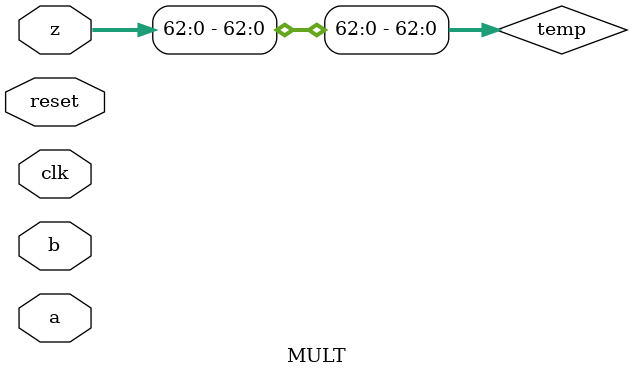
<source format=v>
`timescale 1ns / 1ps


module MULT(
    input clk,
    input reset,
    input [31:0] a,
    input [31:0] b,
    input [63:0] z
    );
    
    reg [63:0] temp;
    reg [63:0] back;
    reg [63:0] stored0;
    reg [63:0] stored1;
    reg [63:0] stored2;
    reg [63:0] stored3;
    reg [63:0] stored4;
    reg [63:0] stored5;
    reg [63:0] stored6;
    reg [63:0] stored7;
    reg [63:0] stored8;
    reg [63:0] stored9;
    reg [63:0] stored10;
    reg [63:0] stored11;
    reg [63:0] stored12;
    reg [63:0] stored13;
    reg [63:0] stored14;                    
    reg [63:0] stored15;
    reg [63:0] stored16;
    reg [63:0] stored17;
    reg [63:0] stored18;
    reg [63:0] stored19;
    reg [63:0] stored20;
    reg [63:0] stored21;
    reg [63:0] stored22;
    reg [63:0] stored23;
    reg [63:0] stored24;
    reg [63:0] stored25;
    reg [63:0] stored26;
    reg [63:0] stored27;
    reg [63:0] stored28;
    reg [63:0] stored29;
    reg [63:0] stored30;
    reg [63:0] stored31;
    
    reg [63:0] add0_1;
    reg [63:0] add2_3;
    reg [63:0] add4_5;
    reg [63:0] add6_7;
    reg [63:0] add8_9;
    reg [63:0] add10_11;
    reg [63:0] add12_13;
    reg [63:0] add14_15;
    reg [63:0] add16_17;                    
    reg [63:0] add18_19;
    reg [63:0] add20_21;
    reg [63:0] add22_23;
    reg [63:0] add24_25;
    reg [63:0] add26_27;
    reg [63:0] add28_29;
    reg [63:0] add30_31;
    
    reg [63:0] add0t1_2t3;
    reg [63:0] add4t5_6t7;
    reg [63:0] add8t9_10t11;
    reg [63:0] add12t13_14t15;
    reg [63:0] add16t17_18t19;
    reg [63:0] add20t21_22t23;
    reg [63:0] add24t25_26t27;                        
    reg [63:0] add28t29_30t31;

    reg [63:0] add0t1_2t3_4t5_6t7;
    reg [63:0] add8t9_10t11_12t13_14t15;
    reg [63:0] add16t17_18t19_20t21_22t23;
    reg [63:0] add24t25_26t27_28t29_30t31;
    
    reg [63:0] add0t1_2t3_4t5_6t7_8t9_10t11_12t13_14t15;
    reg [63:0] add16t17_18t19_20t21_22t23_24t25_26t27_28t29_30t31;
    
    always @(posedge clk or negedge reset)begin
    if(reset)begin
        temp<=0;
        back<=0;
        stored0<=0;
        stored1<=0;
        stored2<=0;
        stored3<=0;
        stored4<=0;
        stored5<=0;
        stored6<=0;
        stored7<=0;
        stored8<=0;
        stored9<=0;
        stored10<=0;
        stored11<=0;
        stored12<=0;
        stored13<=0;
        stored14<=0;
        stored15<=0;
        stored16<=0;
        stored17<=0;
        stored18<=0;
        stored19<=0;
        stored20<=0;
        stored21<=0;
        stored22<=0;
        stored23<=0;
        stored24<=0;
        stored25<=0;
        stored26<=0;
        stored27<=0;
        stored28<=0;
        stored29<=0;
        stored30<=0;
        stored31<=0;
        add0_1<=0;
        add2_3<=0;
        add4_5<=0;
        add6_7<=0;
        add8_9<=0;
        add10_11<=0;
        add12_13<=0;
        add14_15<=0;
        add16_17<=0;
        add18_19<=0;
        add20_21<=0;
        add22_23<=0;
        add24_25<=0;
        add26_27<=0;
        add28_29<=0;
        add30_31<=0;
        add0t1_2t3<=0;
        add4t5_6t7<=0;
        add8t9_10t11<=0;
        add12t13_14t15<=0;
        add16t17_18t19<=0;
        add20t21_22t23<=0;
        add24t25_26t27<=0;
        add28t29_30t31<=0;
        add0t1_2t3_4t5_6t7<=0;
        add8t9_10t11_12t13_14t15<=0;
        add16t17_18t19_20t21_22t23<=0;
        add24t25_26t27_28t29_30t31<=0;
        add0t1_2t3_4t5_6t7_8t9_10t11_12t13_14t15<=0;
        add16t17_18t19_20t21_22t23_24t25_26t27_28t29_30t31<=0;
    end
    else begin
        back<=-a;
        stored0<=b[0]?{{32{a[31]}},a}:64'b0;
        stored1<=b[1]?{{31{a[31]}},a,1'b0}:64'b0;
        stored2<=b[2]?{{30{a[31]}},a,2'b0}:64'b0;
        stored3<=b[3]?{{29{a[31]}},a,3'b0}:64'b0;
        stored4<=b[4]?{{28{a[31]}},a,4'b0}:64'b0;
        stored5<=b[5]?{{27{a[31]}},a,5'b0}:64'b0;
        stored6<=b[6]?{{26{a[31]}},a,6'b0}:64'b0;
        stored7<=b[7]?{{25{a[31]}},a,7'b0}:64'b0;
        stored8<=b[8]?{{24{a[31]}},a,8'b0}:64'b0;
        stored9<=b[9]?{{23{a[31]}},a,9'b0}:64'b0;
        stored10<=b[10]?{{22{a[31]}},a,10'b0}:64'b0;
        stored11<=b[11]?{{21{a[31]}},a,11'b0}:64'b0;
        stored12<=b[12]?{{20{a[31]}},a,12'b0}:64'b0;
        stored13<=b[13]?{{19{a[31]}},a,13'b0}:64'b0;
        stored14<=b[14]?{{18{a[31]}},a,14'b0}:64'b0;
        stored15<=b[15]?{{17{a[31]}},a,15'b0}:64'b0;
        stored16<=b[16]?{{16{a[31]}},a,16'b0}:64'b0;
        stored17<=b[17]?{{15{a[31]}},a,17'b0}:64'b0;
        stored18<=b[18]?{{14{a[31]}},a,18'b0}:64'b0;
        stored19<=b[19]?{{13{a[31]}},a,19'b0}:64'b0;
        stored20<=b[20]?{{12{a[31]}},a,20'b0}:64'b0;
        stored21<=b[21]?{{11{a[31]}},a,21'b0}:64'b0;
        stored22<=b[22]?{{10{a[31]}},a,22'b0}:64'b0;
        stored23<=b[23]?{{9{a[31]}},a,23'b0}:64'b0;                                        
        stored24<=b[24]?{{8{a[31]}},a,24'b0}:64'b0;
        stored25<=b[25]?{{7{a[31]}},a,25'b0}:64'b0;
        stored26<=b[26]?{{6{a[31]}},a,26'b0}:64'b0;
        stored27<=b[27]?{{5{a[31]}},a,27'b0}:64'b0;
        stored28<=b[28]?{{4{a[31]}},a,28'b0}:64'b0;
        stored29<=b[29]?{{3{a[31]}},a,29'b0}:64'b0;
        stored30<=b[30]?{{2{a[31]}},a,30'b0}:64'b0;
        stored31<=b[31]?{back[31],back,31'b0}:64'b0;
        
        add0_1<=stored0+stored1;
        add2_3<=stored2+stored3;
        add4_5<=stored4+stored5;
        add6_7<=stored6+stored7;
        add8_9<=stored8+stored9;
        add10_11<=stored10+stored11;
        add12_13<=stored12+stored13;
        add14_15<=stored14+stored15;
        add16_17<=stored16+stored17;
        add16_17<=stored16+stored17;
        add18_19<=stored18+stored19;                            
        add20_21<=stored20+stored21;
        add22_23<=stored22+stored23;
        add24_25<=stored24+stored25;
        add26_27<=stored26+stored27;
        add28_29<=stored28+stored29;
        add30_31<=stored30+stored31;
        
        add0t1_2t3<=add0_1+add2_3;
        add4t5_6t7<=add4_5+add6_7;
        add8t9_10t11<=add8_9+add10_11;
        add12t13_14t15<=add12_13+add14_15;
        add16t17_18t19<=add16_17+add18_19;
        add20t21_22t23<=add20_21+add22_23;
        add24t25_26t27<=add24_25+add26_27;
        add28t29_30t31<=add28_29+add30_31;
        
        add0t1_2t3_4t5_6t7<=add0t1_2t3+add4t5_6t7;
        add8t9_10t11_12t13_14t15<=add8t9_10t11+add12t13_14t15;
        add16t17_18t19_20t21_22t23<=add16t17_18t19+add20t21_22t23;
        add24t25_26t27_28t29_30t31<=add24t25_26t27+add28t29_30t31;
        
        add0t1_2t3_4t5_6t7_8t9_10t11_12t13_14t15<=add0t1_2t3_4t5_6t7+add8t9_10t11_12t13_14t15;
        add16t17_18t19_20t21_22t23_24t25_26t27_28t29_30t31<=add16t17_18t19_20t21_22t23+add24t25_26t27_28t29_30t31;
                                      
        temp<=add0t1_2t3_4t5_6t7_8t9_10t11_12t13_14t15+add16t17_18t19_20t21_22t23_24t25_26t27_28t29_30t31;
          
    end  
    end
    
    assign z={a[31]^b[31],temp[62:0]};
endmodule

</source>
